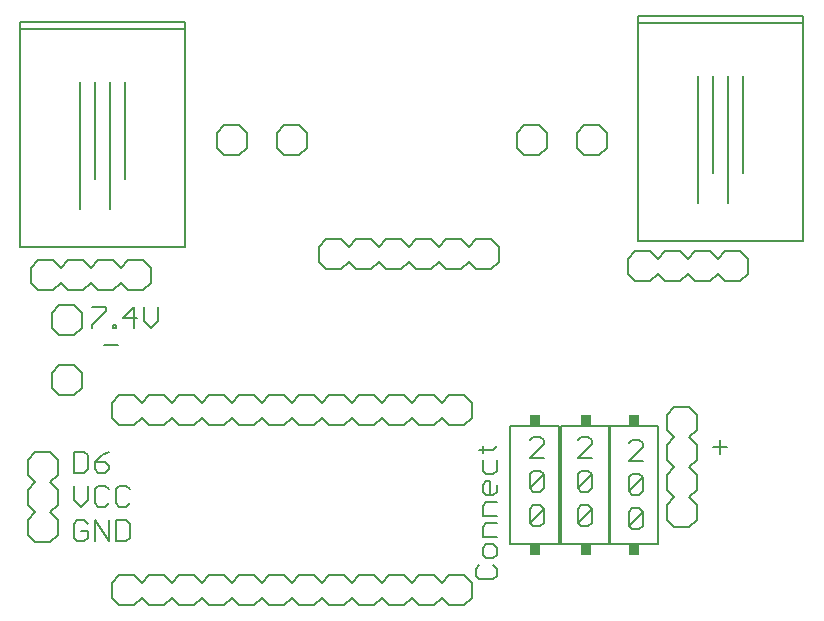
<source format=gbr>
G04 EAGLE Gerber RS-274X export*
G75*
%MOMM*%
%FSLAX34Y34*%
%LPD*%
%INSilkscreen Top*%
%IPPOS*%
%AMOC8*
5,1,8,0,0,1.08239X$1,22.5*%
G01*
%ADD10C,0.152400*%
%ADD11C,0.203200*%
%ADD12R,0.812800X0.850000*%
%ADD13C,0.127000*%


D10*
X399953Y46526D02*
X396987Y43560D01*
X396987Y37629D01*
X399953Y34663D01*
X411816Y34663D01*
X414782Y37629D01*
X414782Y43560D01*
X411816Y46526D01*
X414782Y55404D02*
X414782Y61335D01*
X411816Y64301D01*
X405884Y64301D01*
X402919Y61335D01*
X402919Y55404D01*
X405884Y52438D01*
X411816Y52438D01*
X414782Y55404D01*
X414782Y70213D02*
X402919Y70213D01*
X402919Y79110D01*
X405884Y82076D01*
X414782Y82076D01*
X414782Y87987D02*
X402919Y87987D01*
X402919Y96885D01*
X405884Y99851D01*
X414782Y99851D01*
X414782Y108728D02*
X414782Y114660D01*
X414782Y108728D02*
X411816Y105762D01*
X405884Y105762D01*
X402919Y108728D01*
X402919Y114660D01*
X405884Y117626D01*
X408850Y117626D01*
X408850Y105762D01*
X402919Y126503D02*
X402919Y135401D01*
X402919Y126503D02*
X405884Y123537D01*
X411816Y123537D01*
X414782Y126503D01*
X414782Y135401D01*
X411816Y144278D02*
X399953Y144278D01*
X411816Y144278D02*
X414782Y147244D01*
X402919Y147244D02*
X402919Y141312D01*
X56642Y142509D02*
X56642Y124714D01*
X65540Y124714D01*
X68505Y127680D01*
X68505Y139543D01*
X65540Y142509D01*
X56642Y142509D01*
X80349Y139543D02*
X86280Y142509D01*
X80349Y139543D02*
X74417Y133612D01*
X74417Y127680D01*
X77383Y124714D01*
X83314Y124714D01*
X86280Y127680D01*
X86280Y130646D01*
X83314Y133612D01*
X74417Y133612D01*
X56642Y113553D02*
X56642Y101690D01*
X62574Y95758D01*
X68505Y101690D01*
X68505Y113553D01*
X83314Y113553D02*
X86280Y110587D01*
X83314Y113553D02*
X77383Y113553D01*
X74417Y110587D01*
X74417Y98724D01*
X77383Y95758D01*
X83314Y95758D01*
X86280Y98724D01*
X101089Y113553D02*
X104055Y110587D01*
X101089Y113553D02*
X95158Y113553D01*
X92192Y110587D01*
X92192Y98724D01*
X95158Y95758D01*
X101089Y95758D01*
X104055Y98724D01*
X68505Y81631D02*
X65540Y84597D01*
X59608Y84597D01*
X56642Y81631D01*
X56642Y69768D01*
X59608Y66802D01*
X65540Y66802D01*
X68505Y69768D01*
X68505Y75700D01*
X62574Y75700D01*
X74417Y84597D02*
X74417Y66802D01*
X86280Y66802D02*
X74417Y84597D01*
X86280Y84597D02*
X86280Y66802D01*
X92192Y66802D02*
X92192Y84597D01*
X92192Y66802D02*
X101089Y66802D01*
X104055Y69768D01*
X104055Y81631D01*
X101089Y84597D01*
X92192Y84597D01*
X83745Y264937D02*
X71882Y264937D01*
X83745Y264937D02*
X83745Y261971D01*
X71882Y250108D01*
X71882Y247142D01*
X89657Y247142D02*
X89657Y250108D01*
X92623Y250108D01*
X92623Y247142D01*
X89657Y247142D01*
X107442Y247142D02*
X107442Y264937D01*
X98544Y256040D01*
X110408Y256040D01*
X116319Y253074D02*
X116319Y264937D01*
X116319Y253074D02*
X122251Y247142D01*
X128183Y253074D01*
X128183Y264937D01*
X597662Y146820D02*
X609525Y146820D01*
X603594Y152751D02*
X603594Y140888D01*
X538405Y134874D02*
X526542Y134874D01*
X538405Y146737D01*
X538405Y149703D01*
X535440Y152669D01*
X529508Y152669D01*
X526542Y149703D01*
X526542Y120747D02*
X526542Y108884D01*
X526542Y120747D02*
X529508Y123713D01*
X535440Y123713D01*
X538405Y120747D01*
X538405Y108884D01*
X535440Y105918D01*
X529508Y105918D01*
X526542Y108884D01*
X538405Y120747D01*
X526542Y91791D02*
X526542Y79928D01*
X526542Y91791D02*
X529508Y94757D01*
X535440Y94757D01*
X538405Y91791D01*
X538405Y79928D01*
X535440Y76962D01*
X529508Y76962D01*
X526542Y79928D01*
X538405Y91791D01*
X495225Y137414D02*
X483362Y137414D01*
X495225Y149277D01*
X495225Y152243D01*
X492260Y155209D01*
X486328Y155209D01*
X483362Y152243D01*
X483362Y123287D02*
X483362Y111424D01*
X483362Y123287D02*
X486328Y126253D01*
X492260Y126253D01*
X495225Y123287D01*
X495225Y111424D01*
X492260Y108458D01*
X486328Y108458D01*
X483362Y111424D01*
X495225Y123287D01*
X483362Y94331D02*
X483362Y82468D01*
X483362Y94331D02*
X486328Y97297D01*
X492260Y97297D01*
X495225Y94331D01*
X495225Y82468D01*
X492260Y79502D01*
X486328Y79502D01*
X483362Y82468D01*
X495225Y94331D01*
X454585Y137414D02*
X442722Y137414D01*
X454585Y149277D01*
X454585Y152243D01*
X451620Y155209D01*
X445688Y155209D01*
X442722Y152243D01*
X442722Y123287D02*
X442722Y111424D01*
X442722Y123287D02*
X445688Y126253D01*
X451620Y126253D01*
X454585Y123287D01*
X454585Y111424D01*
X451620Y108458D01*
X445688Y108458D01*
X442722Y111424D01*
X454585Y123287D01*
X442722Y94331D02*
X442722Y82468D01*
X442722Y94331D02*
X445688Y97297D01*
X451620Y97297D01*
X454585Y94331D01*
X454585Y82468D01*
X451620Y79502D01*
X445688Y79502D01*
X442722Y82468D01*
X454585Y94331D01*
X93905Y233180D02*
X82042Y233180D01*
D11*
X247650Y190500D02*
X260350Y190500D01*
X266700Y184150D01*
X266700Y171450D02*
X260350Y165100D01*
X222250Y190500D02*
X215900Y184150D01*
X222250Y190500D02*
X234950Y190500D01*
X241300Y184150D01*
X241300Y171450D02*
X234950Y165100D01*
X222250Y165100D01*
X215900Y171450D01*
X241300Y184150D02*
X247650Y190500D01*
X241300Y171450D02*
X247650Y165100D01*
X260350Y165100D01*
X184150Y190500D02*
X171450Y190500D01*
X184150Y190500D02*
X190500Y184150D01*
X190500Y171450D02*
X184150Y165100D01*
X190500Y184150D02*
X196850Y190500D01*
X209550Y190500D01*
X215900Y184150D01*
X215900Y171450D02*
X209550Y165100D01*
X196850Y165100D01*
X190500Y171450D01*
X146050Y190500D02*
X139700Y184150D01*
X146050Y190500D02*
X158750Y190500D01*
X165100Y184150D01*
X165100Y171450D02*
X158750Y165100D01*
X146050Y165100D01*
X139700Y171450D01*
X165100Y184150D02*
X171450Y190500D01*
X165100Y171450D02*
X171450Y165100D01*
X184150Y165100D01*
X107950Y190500D02*
X95250Y190500D01*
X107950Y190500D02*
X114300Y184150D01*
X114300Y171450D02*
X107950Y165100D01*
X114300Y184150D02*
X120650Y190500D01*
X133350Y190500D01*
X139700Y184150D01*
X139700Y171450D02*
X133350Y165100D01*
X120650Y165100D01*
X114300Y171450D01*
X88900Y171450D02*
X88900Y184150D01*
X95250Y190500D01*
X88900Y171450D02*
X95250Y165100D01*
X107950Y165100D01*
X273050Y190500D02*
X285750Y190500D01*
X292100Y184150D01*
X292100Y171450D02*
X285750Y165100D01*
X266700Y184150D02*
X273050Y190500D01*
X266700Y171450D02*
X273050Y165100D01*
X285750Y165100D01*
X298450Y190500D02*
X311150Y190500D01*
X317500Y184150D01*
X317500Y171450D02*
X311150Y165100D01*
X292100Y184150D02*
X298450Y190500D01*
X292100Y171450D02*
X298450Y165100D01*
X311150Y165100D01*
X323850Y190500D02*
X336550Y190500D01*
X342900Y184150D01*
X342900Y171450D02*
X336550Y165100D01*
X317500Y184150D02*
X323850Y190500D01*
X317500Y171450D02*
X323850Y165100D01*
X336550Y165100D01*
X349250Y190500D02*
X361950Y190500D01*
X368300Y184150D01*
X368300Y171450D02*
X361950Y165100D01*
X342900Y184150D02*
X349250Y190500D01*
X342900Y171450D02*
X349250Y165100D01*
X361950Y165100D01*
X374650Y190500D02*
X387350Y190500D01*
X393700Y184150D01*
X393700Y171450D01*
X387350Y165100D01*
X368300Y184150D02*
X374650Y190500D01*
X368300Y171450D02*
X374650Y165100D01*
X387350Y165100D01*
X234950Y12700D02*
X222250Y12700D01*
X215900Y19050D01*
X215900Y31750D02*
X222250Y38100D01*
X260350Y12700D02*
X266700Y19050D01*
X260350Y12700D02*
X247650Y12700D01*
X241300Y19050D01*
X241300Y31750D02*
X247650Y38100D01*
X260350Y38100D01*
X266700Y31750D01*
X241300Y19050D02*
X234950Y12700D01*
X241300Y31750D02*
X234950Y38100D01*
X222250Y38100D01*
X298450Y12700D02*
X311150Y12700D01*
X298450Y12700D02*
X292100Y19050D01*
X292100Y31750D02*
X298450Y38100D01*
X292100Y19050D02*
X285750Y12700D01*
X273050Y12700D01*
X266700Y19050D01*
X266700Y31750D02*
X273050Y38100D01*
X285750Y38100D01*
X292100Y31750D01*
X336550Y12700D02*
X342900Y19050D01*
X336550Y12700D02*
X323850Y12700D01*
X317500Y19050D01*
X317500Y31750D02*
X323850Y38100D01*
X336550Y38100D01*
X342900Y31750D01*
X317500Y19050D02*
X311150Y12700D01*
X317500Y31750D02*
X311150Y38100D01*
X298450Y38100D01*
X374650Y12700D02*
X387350Y12700D01*
X374650Y12700D02*
X368300Y19050D01*
X368300Y31750D02*
X374650Y38100D01*
X368300Y19050D02*
X361950Y12700D01*
X349250Y12700D01*
X342900Y19050D01*
X342900Y31750D02*
X349250Y38100D01*
X361950Y38100D01*
X368300Y31750D01*
X393700Y31750D02*
X393700Y19050D01*
X387350Y12700D01*
X393700Y31750D02*
X387350Y38100D01*
X374650Y38100D01*
X209550Y12700D02*
X196850Y12700D01*
X190500Y19050D01*
X190500Y31750D02*
X196850Y38100D01*
X215900Y19050D02*
X209550Y12700D01*
X215900Y31750D02*
X209550Y38100D01*
X196850Y38100D01*
X184150Y12700D02*
X171450Y12700D01*
X165100Y19050D01*
X165100Y31750D02*
X171450Y38100D01*
X190500Y19050D02*
X184150Y12700D01*
X190500Y31750D02*
X184150Y38100D01*
X171450Y38100D01*
X158750Y12700D02*
X146050Y12700D01*
X139700Y19050D01*
X139700Y31750D02*
X146050Y38100D01*
X165100Y19050D02*
X158750Y12700D01*
X165100Y31750D02*
X158750Y38100D01*
X146050Y38100D01*
X133350Y12700D02*
X120650Y12700D01*
X114300Y19050D01*
X114300Y31750D02*
X120650Y38100D01*
X139700Y19050D02*
X133350Y12700D01*
X139700Y31750D02*
X133350Y38100D01*
X120650Y38100D01*
X107950Y12700D02*
X95250Y12700D01*
X88900Y19050D01*
X88900Y31750D01*
X95250Y38100D01*
X114300Y19050D02*
X107950Y12700D01*
X114300Y31750D02*
X107950Y38100D01*
X95250Y38100D01*
X43180Y85090D02*
X36830Y91440D01*
X43180Y85090D02*
X43180Y72390D01*
X36830Y66040D01*
X24130Y66040D02*
X17780Y72390D01*
X17780Y85090D01*
X24130Y91440D01*
X43180Y123190D02*
X43180Y135890D01*
X43180Y123190D02*
X36830Y116840D01*
X24130Y116840D02*
X17780Y123190D01*
X36830Y116840D02*
X43180Y110490D01*
X43180Y97790D01*
X36830Y91440D01*
X24130Y91440D02*
X17780Y97790D01*
X17780Y110490D01*
X24130Y116840D01*
X24130Y142240D02*
X36830Y142240D01*
X43180Y135890D01*
X24130Y142240D02*
X17780Y135890D01*
X17780Y123190D01*
X24130Y66040D02*
X36830Y66040D01*
X584200Y85090D02*
X584200Y97790D01*
X584200Y85090D02*
X577850Y78740D01*
X565150Y78740D02*
X558800Y85090D01*
X584200Y123190D02*
X577850Y129540D01*
X584200Y123190D02*
X584200Y110490D01*
X577850Y104140D01*
X565150Y104140D02*
X558800Y110490D01*
X558800Y123190D01*
X565150Y129540D01*
X577850Y104140D02*
X584200Y97790D01*
X565150Y104140D02*
X558800Y97790D01*
X558800Y85090D01*
X584200Y161290D02*
X584200Y173990D01*
X584200Y161290D02*
X577850Y154940D01*
X565150Y154940D02*
X558800Y161290D01*
X577850Y154940D02*
X584200Y148590D01*
X584200Y135890D01*
X577850Y129540D01*
X565150Y129540D02*
X558800Y135890D01*
X558800Y148590D01*
X565150Y154940D01*
X565150Y180340D02*
X577850Y180340D01*
X584200Y173990D01*
X565150Y180340D02*
X558800Y173990D01*
X558800Y161290D01*
X565150Y78740D02*
X577850Y78740D01*
D10*
X467790Y64250D02*
X467790Y164350D01*
X426290Y164350D02*
X426290Y64250D01*
X467790Y64250D01*
X467790Y164350D02*
X426290Y164350D01*
D12*
X447040Y59250D03*
X447040Y169350D03*
D10*
X469470Y164350D02*
X469470Y64250D01*
X510970Y64250D02*
X510970Y164350D01*
X469470Y164350D01*
X469470Y64250D02*
X510970Y64250D01*
D12*
X490220Y169350D03*
X490220Y59250D03*
D10*
X510110Y64250D02*
X510110Y164350D01*
X551610Y164350D02*
X551610Y64250D01*
X551610Y164350D02*
X510110Y164350D01*
X510110Y64250D02*
X551610Y64250D01*
D12*
X530860Y169350D03*
X530860Y59250D03*
D13*
X151130Y506730D02*
X11430Y506730D01*
X151130Y506730D02*
X151130Y500380D01*
X151130Y316230D01*
X11430Y316230D01*
X11430Y500380D01*
X11430Y506730D01*
X62230Y455930D02*
X62230Y347980D01*
X74930Y373380D02*
X74930Y455930D01*
X87630Y455930D02*
X87630Y347980D01*
X100330Y373380D02*
X100330Y455930D01*
X151130Y500380D02*
X11430Y500380D01*
D11*
X196850Y419100D02*
X203200Y412750D01*
X196850Y419100D02*
X184150Y419100D01*
X177800Y412750D01*
X177800Y400050D01*
X184150Y393700D01*
X196850Y393700D01*
X203200Y400050D01*
X203200Y412750D01*
X289560Y303530D02*
X283210Y297180D01*
X270510Y297180D01*
X264160Y303530D01*
X264160Y316230D02*
X270510Y322580D01*
X283210Y322580D01*
X289560Y316230D01*
X321310Y297180D02*
X334010Y297180D01*
X321310Y297180D02*
X314960Y303530D01*
X314960Y316230D02*
X321310Y322580D01*
X314960Y303530D02*
X308610Y297180D01*
X295910Y297180D01*
X289560Y303530D01*
X289560Y316230D02*
X295910Y322580D01*
X308610Y322580D01*
X314960Y316230D01*
X359410Y297180D02*
X365760Y303530D01*
X359410Y297180D02*
X346710Y297180D01*
X340360Y303530D01*
X340360Y316230D02*
X346710Y322580D01*
X359410Y322580D01*
X365760Y316230D01*
X340360Y303530D02*
X334010Y297180D01*
X340360Y316230D02*
X334010Y322580D01*
X321310Y322580D01*
X397510Y297180D02*
X410210Y297180D01*
X397510Y297180D02*
X391160Y303530D01*
X391160Y316230D02*
X397510Y322580D01*
X391160Y303530D02*
X384810Y297180D01*
X372110Y297180D01*
X365760Y303530D01*
X365760Y316230D02*
X372110Y322580D01*
X384810Y322580D01*
X391160Y316230D01*
X416560Y316230D02*
X416560Y303530D01*
X410210Y297180D01*
X416560Y316230D02*
X410210Y322580D01*
X397510Y322580D01*
X264160Y316230D02*
X264160Y303530D01*
X63500Y260350D02*
X57150Y266700D01*
X44450Y266700D01*
X38100Y260350D01*
X38100Y247650D01*
X44450Y241300D01*
X57150Y241300D01*
X63500Y247650D01*
X63500Y260350D01*
X57150Y215900D02*
X63500Y209550D01*
X57150Y215900D02*
X44450Y215900D01*
X38100Y209550D01*
X38100Y196850D01*
X44450Y190500D01*
X57150Y190500D01*
X63500Y196850D01*
X63500Y209550D01*
X254000Y412750D02*
X247650Y419100D01*
X234950Y419100D01*
X228600Y412750D01*
X228600Y400050D01*
X234950Y393700D01*
X247650Y393700D01*
X254000Y400050D01*
X254000Y412750D01*
D13*
X534670Y511810D02*
X674370Y511810D01*
X674370Y505460D01*
X674370Y321310D01*
X534670Y321310D01*
X534670Y505460D01*
X534670Y511810D01*
X585470Y461010D02*
X585470Y353060D01*
X598170Y378460D02*
X598170Y461010D01*
X610870Y461010D02*
X610870Y353060D01*
X623570Y378460D02*
X623570Y461010D01*
X674370Y505460D02*
X534670Y505460D01*
D11*
X501650Y419100D02*
X508000Y412750D01*
X501650Y419100D02*
X488950Y419100D01*
X482600Y412750D01*
X482600Y400050D01*
X488950Y393700D01*
X501650Y393700D01*
X508000Y400050D01*
X508000Y412750D01*
X457200Y412750D02*
X450850Y419100D01*
X438150Y419100D01*
X431800Y412750D01*
X431800Y400050D01*
X438150Y393700D01*
X450850Y393700D01*
X457200Y400050D01*
X457200Y412750D01*
X39370Y279400D02*
X26670Y279400D01*
X20320Y285750D01*
X20320Y298450D02*
X26670Y304800D01*
X64770Y279400D02*
X71120Y285750D01*
X64770Y279400D02*
X52070Y279400D01*
X45720Y285750D01*
X45720Y298450D02*
X52070Y304800D01*
X64770Y304800D01*
X71120Y298450D01*
X45720Y285750D02*
X39370Y279400D01*
X45720Y298450D02*
X39370Y304800D01*
X26670Y304800D01*
X102870Y279400D02*
X115570Y279400D01*
X102870Y279400D02*
X96520Y285750D01*
X96520Y298450D02*
X102870Y304800D01*
X96520Y285750D02*
X90170Y279400D01*
X77470Y279400D01*
X71120Y285750D01*
X71120Y298450D02*
X77470Y304800D01*
X90170Y304800D01*
X96520Y298450D01*
X121920Y298450D02*
X121920Y285750D01*
X115570Y279400D01*
X121920Y298450D02*
X115570Y304800D01*
X102870Y304800D01*
X20320Y298450D02*
X20320Y285750D01*
X532130Y287020D02*
X544830Y287020D01*
X532130Y287020D02*
X525780Y293370D01*
X525780Y306070D02*
X532130Y312420D01*
X570230Y287020D02*
X576580Y293370D01*
X570230Y287020D02*
X557530Y287020D01*
X551180Y293370D01*
X551180Y306070D02*
X557530Y312420D01*
X570230Y312420D01*
X576580Y306070D01*
X551180Y293370D02*
X544830Y287020D01*
X551180Y306070D02*
X544830Y312420D01*
X532130Y312420D01*
X608330Y287020D02*
X621030Y287020D01*
X608330Y287020D02*
X601980Y293370D01*
X601980Y306070D02*
X608330Y312420D01*
X601980Y293370D02*
X595630Y287020D01*
X582930Y287020D01*
X576580Y293370D01*
X576580Y306070D02*
X582930Y312420D01*
X595630Y312420D01*
X601980Y306070D01*
X627380Y306070D02*
X627380Y293370D01*
X621030Y287020D01*
X627380Y306070D02*
X621030Y312420D01*
X608330Y312420D01*
X525780Y306070D02*
X525780Y293370D01*
M02*

</source>
